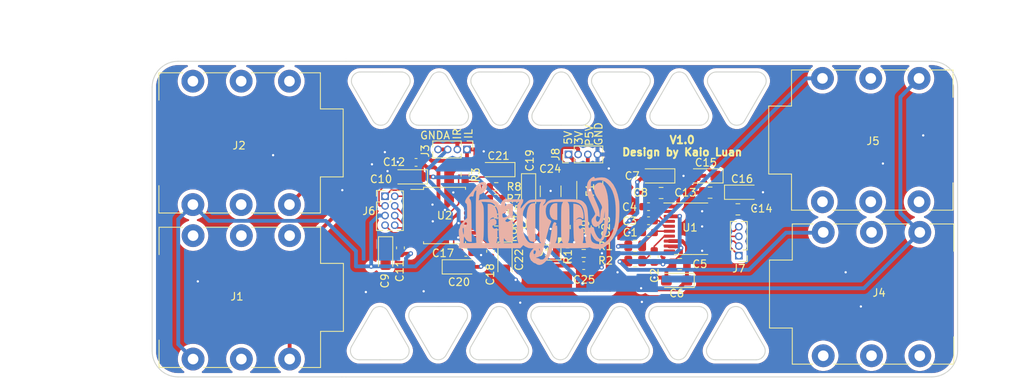
<source format=kicad_pcb>
(kicad_pcb (version 20211014) (generator pcbnew)
  (layers (0 "F.Cu" signal) (31 "B.Cu" signal) (34 "B.Paste" user) (35 "F.Paste" user) (36 "B.SilkS" user "B.Silkscreen") (37 "F.SilkS" user "F.Silkscreen") (38 "B.Mask" user) (39 "F.Mask" user) (44 "Edge.Cuts" user))
  (net 0 "")
  (net 1 "Net-(C1-Pad1)")
  (net 2 "GND")
  (net 3 "Net-(C2-Pad1)")
  (net 4 "Net-(C3-Pad1)")
  (net 5 "GNDA")
  (net 6 "Net-(C4-Pad1)")
  (net 7 "Net-(C4-Pad2)")
  (net 8 "3V3")
  (net 9 "VMID")
  (net 10 "Net-(C14-Pad1)")
  (net 11 "Net-(C17-Pad2)")
  (net 12 "Net-(C19-Pad2)")
  (net 13 "AINR_JACK")
  (net 14 "Net-(C21-Pad1)")
  (net 15 "AINL_JACK")
  (net 16 "5V")
  (net 17 "Net-(C24-Pad1)")
  (net 18 "VBUS")
  (net 19 "OUTR_JACK")
  (net 20 "OUTL_JACK")
  (net 21 "ADC_MCLK")
  (net 22 "ADC_DOUT")
  (net 23 "ADC_LRCLK")
  (net 24 "ADC_BCLK")
  (net 25 "ADC_IWL")
  (net 26 "ADC_FSAMPEN")
  (net 27 "ADC_FORMAT")
  (net 28 "DAC_SCK")
  (net 29 "DAC_BCK")
  (net 30 "DAC_DIN")
  (net 31 "DAC_LRCLK")
  (net 32 "ADC_M{slash}S")
  (net 33 "Net-(R3-Pad2)")
  (net 34 "Net-(R4-Pad1)")
  (net 35 "Net-(R4-Pad2)")
  (net 36 "Net-(R5-Pad2)")
  (net 37 "Net-(R7-Pad1)")
  (net 38 "Net-(R7-Pad2)")
  (footprint "Capacitor_SMD:C_0603_1608Metric" (layer "F.Cu") (at 127.85 109.287715 -90)
    (fp_text reference "C11")
    (fp_text value "100n")
  )
  (footprint "Connector_PinHeader_1.27mm:PinHeader_1x04_P1.27mm_Vertical" (layer "F.Cu") (at 172.35 110.32 180)
    (fp_text reference "J7")
    (fp_text value "Conn_01x04")
  )
  (footprint "Capacitor_Tantalum_SMD:CP_EIA-3216-18_Kemet-A" (layer "F.Cu") (at 161.625 99.825 180)
    (fp_text reference "C7")
    (fp_text value "10u")
  )
  (footprint "Package_SO:TSSOP-20_4.4x6.5mm_P0.65mm" (layer "F.Cu") (at 166.075 106.775)
    (fp_text reference "U1")
    (fp_text value "PCM5100APWR")
  )
  (footprint "Capacitor_Tantalum_SMD:CP_EIA-3216-18_Kemet-A" (layer "F.Cu") (at 125.9 110.137715 -90)
    (fp_text reference "C9")
    (fp_text value "10u")
  )
  (footprint "Capacitor_SMD:C_0603_1608Metric" (layer "F.Cu") (at 160.475 103.875)
    (fp_text reference "C4")
    (fp_text value "2.2u")
  )
  (footprint "Capacitor_Tantalum_SMD:CP_EIA-3216-18_Kemet-A" (layer "F.Cu") (at 172.775 101.975)
    (fp_text reference "C16")
    (fp_text value "10u")
  )
  (footprint "Connector_PinHeader_1.27mm:PinHeader_2x04_P1.27mm_Vertical" (layer "F.Cu") (at 125.825 102.5)
    (fp_text reference "J6")
    (fp_text value "Conn_02x04_Counter_Clockwise")
  )
  (footprint "Capacitor_SMD:C_1812_4532Metric" (layer "F.Cu") (at 152.75 101.7 -90)
    (property "Reference" "F?")
    (property "Value" "mSMD110-16V")
    (fp_text reference "F1")
    (fp_text value "mSMD110-16V")
  )
  (footprint "Capacitor_Tantalum_SMD:CP_EIA-3216-18_Kemet-A" (layer "F.Cu") (at 141.6 110.837715 -90)
    (fp_text reference "C22")
    (fp_text value "10u")
  )
  (footprint "Capacitor_SMD:C_0603_1608Metric" (layer "F.Cu") (at 160.475 107.275 180)
    (fp_text reference "C1")
    (fp_text value "1u")
  )
  (footprint "Connector_Audio:Jack_6.35mm_Neutrik_NMJ6HFD2-AU_Horizontal" (layer "F.Cu") (at 183.35 87)
    (fp_text reference "J5")
    (fp_text value "PJ-625C")
  )
  (footprint "Connector_Audio:Jack_6.35mm_Neutrik_NMJ6HFD2-AU_Horizontal" (layer "F.Cu") (at 113.25 103.6 180)
    (fp_text reference "J2")
    (fp_text value "PJ-625C")
  )
  (footprint "Resistor_SMD:R_0603_1608Metric" (layer "F.Cu") (at 151.95 110.025)
    (fp_text reference "R10")
    (fp_text value "100k")
  )
  (footprint "Capacitor_SMD:C_0603_1608Metric" (layer "F.Cu") (at 136.45 109.887715 180)
    (fp_text reference "C17")
    (fp_text value "100n")
  )
  (footprint "Connector_Audio:Jack_6.35mm_Neutrik_NMJ6HFD2-AU_Horizontal" (layer "F.Cu") (at 113.275 123.915 180)
    (fp_text reference "J1")
    (fp_text value "PJ-625C")
  )
  (footprint "Connector_Audio:Jack_6.35mm_Neutrik_NMJ6HFD2-AU_Horizontal" (layer "F.Cu") (at 183.45 107.25)
    (fp_text reference "J4")
    (fp_text value "PJ-625C")
  )
  (footprint "Capacitor_SMD:C_0805_2012Metric" (layer "F.Cu") (at 164.575 111.425)
    (fp_text reference "C5")
    (fp_text value "0.1u")
  )
  (footprint "Diode_SMD:D_SOD-123" (layer "F.Cu") (at 146.7 109.9 180)
    (property "Reference" "D84")
    (property "Value" "ZRE B5819W-SL")
    (fp_text reference "D1")
    (fp_text value "ZRE B5819W-SL")
  )
  (footprint "Capacitor_SMD:C_0603_1608Metric" (layer "F.Cu") (at 153.45 106.525 -90)
    (fp_text reference "C23")
    (fp_text value "1u")
  )
  (footprint "Capacitor_SMD:C_1210_3225Metric" (layer "F.Cu") (at 147.6 101.85 90)
    (fp_text reference "C24")
    (fp_text value "10u")
  )
  (footprint "Connector_PinHeader_1.27mm:PinHeader_1x04_P1.27mm_Vertical" (layer "F.Cu") (at 136.6 96.35 -90)
    (fp_text reference "J3")
    (fp_text value "Conn_01x04")
  )
  (footprint "Capacitor_SMD:C_0805_2012Metric" (layer "F.Cu") (at 172.225 104.225)
    (fp_text reference "C14")
    (fp_text value "0.1u")
  )
  (footprint "Capacitor_SMD:C_0805_2012Metric" (layer "F.Cu") (at 168.575 102.025)
    (fp_text reference "C13")
    (fp_text value "0.1u")
  )
  (footprint "Capacitor_Tantalum_SMD:CP_EIA-3216-18_Kemet-A" (layer "F.Cu") (at 135.65 111.787715)
    (fp_text reference "C20")
    (fp_text value "10u")
  )
  (footprint "Resistor_SMD:R_0603_1608Metric" (layer "F.Cu") (at 140.45 105.887715)
    (fp_text reference "R4")
    (fp_text value "5.1k")
  )
  (footprint "Capacitor_Tantalum_SMD:CP_EIA-3216-18_Kemet-A" (layer "F.Cu") (at 164.175 113.575 180)
    (fp_text reference "C6")
    (fp_text value "10u")
  )
  (footprint "Resistor_SMD:R_0805_2012Metric" (layer "F.Cu") (at 158.725 109.025)
    (fp_text reference "R1")
    (fp_text value "2k")
  )
  (footprint "Capacitor_SMD:C_0603_1608Metric" (layer "F.Cu") (at 151.95 111.625)
    (fp_text reference "C25")
    (fp_text value "1u")
  )
  (footprint "Resistor_SMD:R_0603_1608Metric" (layer "F.Cu") (at 140.45 104.337715 180)
    (fp_text reference "R5")
    (fp_text value "3.3k")
  )
  (footprint "Package_SO:SSOP-20_5.3x7.2mm_P0.65mm" (layer "F.Cu") (at 133.65 105.037715)
    (fp_text reference "U2")
    (fp_text value "WM8782SEDS")
  )
  (footprint "acheron_Components:SOT-23-5" (layer "F.Cu") (at 147.6 106.2 180)
    (fp_text reference "U3")
    (fp_text value "SGM2028-3.3YN5G/TR")
  )
  (footprint "Resistor_SMD:R_0603_1608Metric" (layer "F.Cu") (at 136.35 99.65 -90)
    (fp_text reference "R3")
    (fp_text value "10K")
  )
  (footprint "Capacitor_SMD:C_0603_1608Metric" (layer "F.Cu") (at 129.9 98.05 180)
    (fp_text reference "C12")
    (fp_text value "100n")
  )
  (footprint "Resistor_SMD:R_0603_1608Metric" (layer "F.Cu") (at 150.7 106.55 -90)
    (fp_text reference "R9")
    (fp_text value "100k")
  )
  (footprint "Connector_PinHeader_1.27mm:PinHeader_1x04_P1.27mm_Vertical" (layer "F.Cu") (at 149.95 97 90)
    (fp_text reference "J8")
    (fp_text value "Conn_01x04")
  )
  (footprint "Capacitor_Tantalum_SMD:CP_EIA-3216-18_Kemet-A" (layer "F.Cu") (at 140.6 99 180)
    (fp_text reference "C21")
    (fp_text value "10u")
  )
  (footprint "Capacitor_SMD:C_0805_2012Metric" (layer "F.Cu") (at 162.125 102.075)
    (fp_text reference "C8")
    (fp_text value "0.1u")
  )
  (footprint "Capacitor_SMD:C_0603_1608Metric" (layer "F.Cu") (at 161.225 110.425 -90)
    (fp_text reference "C2")
    (fp_text value "1u")
  )
  (footprint "Capacitor_SMD:C_0603_1608Metric" (layer "F.Cu") (at 139.7 109.737715 -90)
    (fp_text reference "C18")
    (fp_text value "100n")
  )
  (footprint "Resistor_SMD:R_0603_1608Metric" (layer "F.Cu") (at 140.45 101.237715 180)
    (fp_text reference "R8")
    (fp_text value "10k")
  )
  (footprint "Resistor_SMD:R_0805_2012Metric" (layer "F.Cu") (at 158.725 111.025)
    (fp_text reference "R2")
    (fp_text value "2k")
  )
  (footprint "Capacitor_Tantalum_SMD:CP_EIA-3216-18_Kemet-A" (layer "F.Cu") (at 129.1 99.95 180)
    (fp_text reference "C10")
    (fp_text value "10u")
  )
  (footprint "Capacitor_Tantalum_SMD:CP_EIA-3216-18_Kemet-A" (layer "F.Cu") (at 144.7 101.85 -90)
    (fp_text reference "C19")
    (fp_text value "10u")
  )
  (footprint "Resistor_SMD:R_0603_1608Metric" (layer "F.Cu") (at 140.45 102.787715)
    (fp_text reference "R7")
    (fp_text value "5.1k")
  )
  (footprint "Capacitor_Tantalum_SMD:CP_EIA-3216-18_Kemet-A" (layer "F.Cu") (at 167.975 99.825 180)
    (fp_text reference "C15")
    (fp_text value "10u")
  )
  (footprint "Resistor_SMD:R_0603_1608Metric" (layer "F.Cu") (at 140.45 107.437715 180)
    (fp_text reference "R6")
    (fp_text value "10k")
  )
  (footprint "Capacitor_SMD:C_0603_1608Metric" (layer "F.Cu") (at 160.475 105.725 180)
    (fp_text reference "C3")
    (fp_text value "2.2u")
  )
  (footprint "PCB eletric Guitar:Logo2simples" (layer "B.Cu") (at 146.1 105.7 -90)
    (fp_text reference "G***" hide)
    (fp_text value "LOGO" hide)
  )
  (gr_poly (pts (xy 161.6 115) (xy 159 115) (xy 159 112.8) (xy 161.6 112.8)) (layer "B.Cu") (width 0.2) (fill solid))
  (gr_poly (pts (xy 153.6 114.9) (xy 152.4 114.9) (xy 152.4 113.8) (xy 153.6 113.8)) (layer "B.Cu") (width 0.2) (fill solid))
  (gr_poly (pts (xy 158.6 113.8) (xy 158.6 114.9) (xy 153.5 114.9) (xy 153.5 113.7)) (layer "B.Cu") (width 0.2) (fill solid))
  (gr_poly (pts (xy 135.5 108.2) (xy 133.3 108.2) (xy 135.5 106)) (layer "B.Cu") (width 0.2) (fill solid))
  (gr_poly (pts (xy 144.2 114.8) (xy 142.3 114.8) (xy 135.5 108) (xy 135.5 106.1)) (layer "B.Cu") (width 0.2) (fill solid))
  (gr_poly (pts (xy 156 109.8) (xy 156.7 109.8) (xy 156.7 110.2) (xy 156 110.9) (xy 156 111.7) (xy 157.6 113.2) (xy 159 113.2) (xy 159 114.8) (xy 153.5 113.7) (xy 155.6 111.6) (xy 155.6 107.9) (xy 156 107.9)) (layer "B.Cu") (width 0.2) (fill solid))
  (gr_curve (pts (xy 133.958317 86.747753) (xy 133.504279 85.961335) (xy 132.369182 85.961335) (xy 131.915144 86.747753)) (layer "Edge.Cuts") (width 0.125299))
  (gr_curve (pts (xy 135.620147 93.165006) (xy 136.528224 93.165006) (xy 137.095772 92.181983) (xy 136.641734 91.395566)) (layer "Edge.Cuts") (width 0.125299))
  (gr_curve (pts (xy 130.444558 121.094613) (xy 130.444558 121.094613) (xy 129.10285 118.770707) (xy 129.10285 118.770707)) (layer "Edge.Cuts") (width 0.125299))
  (gr_curve (pts (xy 165.4102 123.41852) (xy 164.956161 124.204938) (xy 163.821065 124.204938) (xy 163.367026 123.41852)) (layer "Edge.Cuts") (width 0.125299))
  (gr_curve (pts (xy 129.231728 91.395566) (xy 128.777689 92.181983) (xy 129.345237 93.165006) (xy 130.253315 93.165006)) (layer "Edge.Cuts") (width 0.125299))
  (gr_curve (pts (xy 161.705197 117.001267) (xy 161.705197 117.001267) (xy 164.388613 117.001267) (xy 164.388613 117.001267)) (layer "Edge.Cuts") (width 0.125299))
  (gr_curve (pts (xy 175.790142 87.92738) (xy 175.790142 87.92738) (xy 174.448434 90.251286) (xy 174.448434 90.251286)) (layer "Edge.Cuts") (width 0.125299))
  (gr_curve (pts (xy 174.319557 119.914987) (xy 174.319557 119.914987) (xy 172.977849 117.59108) (xy 172.977849 117.59108)) (layer "Edge.Cuts") (width 0.125299))
  (gr_curve (pts (xy 137.134516 122.238893) (xy 136.680477 123.025311) (xy 137.248025 124.008333) (xy 138.156103 124.008333)) (layer "Edge.Cuts") (width 0.125299))
  (gr_curve (pts (xy 164.388613 117.001267) (xy 164.388613 117.001267) (xy 167.072029 117.001267) (xy 167.072029 117.001267)) (layer "Edge.Cuts") (width 0.125299))
  (gr_curve (pts (xy 140.968396 86.157939) (xy 140.968396 86.157939) (xy 143.651812 86.157939) (xy 143.651812 86.157939)) (layer "Edge.Cuts") (width 0.125299))
  (gr_curve (pts (xy 120.149765 126.261073) (xy 120.149765 126.261073) (xy 120.685595 126.261073) (xy 120.685595 126.261073)) (layer "Edge.Cuts") (width 0.125299))
  (gr_curve (pts (xy 168.380136 87.92738) (xy 167.926098 87.140962) (xy 168.493646 86.157939) (xy 169.401723 86.157939)) (layer "Edge.Cuts") (width 0.125299))
  (gr_curve (pts (xy 169.592967 119.914987) (xy 169.592967 119.914987) (xy 168.251259 122.238893) (xy 168.251259 122.238893)) (layer "Edge.Cuts") (width 0.125299))
  (gr_curve (pts (xy 121.427813 122.238893) (xy 120.973774 123.025311) (xy 121.541322 124.008333) (xy 122.4494 124.008333)) (layer "Edge.Cuts") (width 0.125299))
  (gr_curve (pts (xy 125.261693 86.157939) (xy 125.261693 86.157939) (xy 127.945109 86.157939) (xy 127.945109 86.157939)) (layer "Edge.Cuts") (width 0.125299))
  (gr_curve (pts (xy 98.6 84.75) (xy 96.717586 84.75) (xy 95.191587 86.275998) (xy 95.191587 88.158413)) (layer "Edge.Cuts") (width 0.125299))
  (gr_curve (pts (xy 154.479158 90.251286) (xy 154.479158 90.251286) (xy 153.13745 87.92738) (xy 153.13745 87.92738)) (layer "Edge.Cuts") (width 0.125299))
  (gr_curve (pts (xy 120.685595 84.75) (xy 120.685595 84.75) (xy 98.6 84.75) (xy 98.6 84.75)) (layer "Edge.Cuts") (width 0.125299))
  (gr_curve (pts (xy 128.966696 87.92738) (xy 128.966696 87.92738) (xy 127.624988 90.251286) (xy 127.624988 90.251286)) (layer "Edge.Cuts") (width 0.125299))
  (gr_curve (pts (xy 153.13745 87.92738) (xy 152.683412 87.140962) (xy 153.25096 86.157939) (xy 154.159037 86.157939)) (layer "Edge.Cuts") (width 0.125299))
  (gr_curve (pts (xy 201.124268 122.85266) (xy 201.124268 122.85266) (xy 201.124268 88.158413) (xy 201.124268 88.158413)) (layer "Edge.Cuts") (width 0.125299))
  (gr_curve (pts (xy 131.786266 123.41852) (xy 131.786266 123.41852) (xy 130.444558 121.094613) (xy 130.444558 121.094613)) (layer "Edge.Cuts") (width 0.125299))
  (gr_curve (pts (xy 130.573436 89.071659) (xy 130.573436 89.071659) (xy 129.231728 91.395566) (xy 129.231728 91.395566)) (layer "Edge.Cuts") (width 0.125299))
  (gr_curve (pts (xy 163.367026 123.41852) (xy 163.367026 123.41852) (xy 162.025318 121.094613) (xy 162.025318 121.094613)) (layer "Edge.Cuts") (width 0.125299))
  (gr_curve (pts (xy 159.076871 119.914987) (xy 159.076871 119.914987) (xy 157.735163 117.59108) (xy 157.735163 117.59108)) (layer "Edge.Cuts") (width 0.125299))
  (gr_curve (pts (xy 160.812488 91.395566) (xy 160.358449 92.181983) (xy 160.925997 93.165006) (xy 161.834075 93.165006)) (layer "Edge.Cuts") (width 0.125299))
  (gr_curve (pts (xy 197.715855 84.75) (xy 197.715855 84.75) (xy 120.685595 84.75) (xy 120.685595 84.75)) (layer "Edge.Cuts") (width 0.125299))
  (gr_curve (pts (xy 169.272846 124.008333) (xy 169.272846 124.008333) (xy 171.956262 124.008333) (xy 171.956262 124.008333)) (layer "Edge.Cuts") (width 0.125299))
  (gr_curve (pts (xy 154.03016 124.008333) (xy 154.03016 124.008333) (xy 156.713576 124.008333) (xy 156.713576 124.008333)) (layer "Edge.Cuts") (width 0.125299))
  (gr_curve (pts (xy 161.834075 93.165006) (xy 161.834075 93.165006) (xy 164.517491 93.165006) (xy 164.517491 93.165006)) (layer "Edge.Cuts") (width 0.125299))
  (gr_curve (pts (xy 160.547456 87.92738) (xy 160.547456 87.92738) (xy 159.205748 90.251286) (xy 159.205748 90.251286)) (layer "Edge.Cuts") (width 0.125299))
  (gr_curve (pts (xy 156.713576 124.008333) (xy 156.713576 124.008333) (xy 159.396992 124.008333) (xy 159.396992 124.008333)) (layer "Edge.Cuts") (width 0.125299))
  (gr_curve (pts (xy 197.715855 126.261073) (xy 199.59827 126.261073) (xy 201.124268 124.735074) (xy 201.124268 122.85266)) (layer "Edge.Cuts") (width 0.125299))
  (gr_curve (pts (xy 151.235828 121.094613) (xy 151.235828 121.094613) (xy 149.89412 123.41852) (xy 149.89412 123.41852)) (layer "Edge.Cuts") (width 0.125299))
  (gr_curve (pts (xy 136.512856 118.770707) (xy 136.512856 118.770707) (xy 135.171148 121.094613) (xy 135.171148 121.094613)) (layer "Edge.Cuts") (width 0.125299))
  (gr_curve (pts (xy 154.350281 119.914987) (xy 154.350281 119.914987) (xy 153.008573 122.238893) (xy 153.008573 122.238893)) (layer "Edge.Cuts") (width 0.125299))
  (gr_curve (pts (xy 124.111229 117.59108) (xy 124.111229 117.59108) (xy 122.769521 119.914987) (xy 122.769521 119.914987)) (layer "Edge.Cuts") (width 0.125299))
  (gr_curve (pts (xy 131.915144 86.747753) (xy 131.915144 86.747753) (xy 130.573436 89.071659) (xy 130.573436 89.071659)) (layer "Edge.Cuts") (width 0.125299))
  (gr_curve (pts (xy 143.331691 90.251286) (xy 143.331691 90.251286) (xy 141.989983 92.575192) (xy 141.989983 92.575192)) (layer "Edge.Cuts") (width 0.125299))
  (gr_curve (pts (xy 171.063552 92.575192) (xy 171.063552 92.575192) (xy 169.721844 90.251286) (xy 169.721844 90.251286)) (layer "Edge.Cuts") (width 0.125299))
  (gr_curve (pts (xy 132.936731 93.165006) (xy 132.936731 93.165006) (xy 135.620147 93.165006) (xy 135.620147 93.165006)) (layer "Edge.Cuts") (width 0.125299))
  (gr_curve (pts (xy 169.401723 86.157939) (xy 169.401723 86.157939) (xy 172.085139 86.157939) (xy 172.085139 86.157939)) (layer "Edge.Cuts") (width 0.125299))
  (gr_curve (pts (xy 130.124437 117.001267) (xy 130.124437 117.001267) (xy 132.807853 117.001267) (xy 132.807853 117.001267)) (layer "Edge.Cuts") (width 0.125299))
  (gr_curve (pts (xy 139.817932 117.59108) (xy 139.817932 117.59108) (xy 138.476224 119.914987) (xy 138.476224 119.914987)) (layer "Edge.Cuts") (width 0.125299))
  (gr_curve (pts (xy 147.979824 86.747753) (xy 147.979824 86.747753) (xy 146.638116 89.071659) (xy 146.638116 89.071659)) (layer "Edge.Cuts") (width 0.125299))
  (gr_curve (pts (xy 150.022998 86.747753) (xy 149.568959 85.961335) (xy 148.433863 85.961335) (xy 147.979824 86.747753)) (layer "Edge.Cuts") (width 0.125299))
  (gr_curve (pts (xy 121.55669 87.92738) (xy 121.102652 87.140962) (xy 121.6702 86.157939) (xy 122.578277 86.157939)) (layer "Edge.Cuts") (width 0.125299))
  (gr_curve (pts (xy 145.167531 118.770707) (xy 144.713492 117.984289) (xy 145.28104 117.001267) (xy 146.189117 117.001267)) (layer "Edge.Cuts") (width 0.125299))
  (gr_curve (pts (xy 127.816232 124.008333) (xy 128.724309 124.008333) (xy 129.291857 123.025311) (xy 128.837819 122.238893)) (layer "Edge.Cuts") (width 0.125299))
  (gr_curve (pts (xy 169.721844 90.251286) (xy 169.721844 90.251286) (xy 168.380136 87.92738) (xy 168.380136 87.92738)) (layer "Edge.Cuts") (width 0.125299))
  (gr_curve (pts (xy 137.263393 87.92738) (xy 136.809355 87.140962) (xy 137.376903 86.157939) (xy 138.28498 86.157939)) (layer "Edge.Cuts") (width 0.125299))
  (gr_curve (pts (xy 159.396992 124.008333) (xy 160.305069 124.008333) (xy 160.872617 123.025311) (xy 160.418579 122.238893)) (layer "Edge.Cuts") (width 0.125299))
  (gr_curve (pts (xy 143.522935 124.008333) (xy 144.431012 124.008333) (xy 144.99856 123.025311) (xy 144.544522 122.238893)) (layer "Edge.Cuts") (width 0.125299))
  (gr_curve (pts (xy 130.253315 93.165006) (xy 130.253315 93.165006) (xy 132.936731 93.165006) (xy 132.936731 93.165006)) (layer "Edge.Cuts") (width 0.125299))
  (gr_curve (pts (xy 132.807853 117.001267) (xy 132.807853 117.001267) (xy 135.491269 117.001267) (xy 135.491269 117.001267)) (layer "Edge.Cuts") (width 0.125299))
  (gr_curve (pts (xy 149.89412 123.41852) (xy 149.440082 124.204938) (xy 148.304985 124.204938) (xy 147.850947 123.41852)) (layer "Edge.Cuts") (width 0.125299))
  (gr_curve (pts (xy 126.154402 117.59108) (xy 125.700364 116.804662) (xy 124.565267 116.804662) (xy 124.111229 117.59108)) (layer "Edge.Cuts") (width 0.125299))
  (gr_curve (pts (xy 140.839519 124.008333) (xy 140.839519 124.008333) (xy 143.522935 124.008333) (xy 143.522935 124.008333)) (layer "Edge.Cuts") (width 0.125299))
  (gr_curve (pts (xy 172.977849 117.59108) (xy 172.52381 116.804662) (xy 171.388713 116.804662) (xy 170.934675 117.59108)) (layer "Edge.Cuts") (width 0.125299))
  (gr_curve (pts (xy 125.132816 124.008333) (xy 125.132816 124.008333) (xy 127.816232 124.008333) (xy 127.816232 124.008333)) (layer "Edge.Cuts") (width 0.125299))
  (gr_curve (pts (xy 129.10285 118.770707) (xy 128.648811 117.984289) (xy 129.21636 117.001267) (xy 130.124437 117.001267)) (layer "Edge.Cuts") (width 0.125299))
  (gr_curve (pts (xy 153.008573 122.238893) (xy 152.554534 123.025311) (xy 153.122082 124.008333) (xy 154.03016 124.008333)) (layer "Edge.Cuts") (width 0.125299))
  (gr_curve (pts (xy 174.448434 90.251286) (xy 174.448434 90.251286) (xy 173.106726 92.575192) (xy 173.106726 92.575192)) (layer "Edge.Cuts") (width 0.125299))
  (gr_curve (pts (xy 151.684827 93.165006) (xy 152.592904 93.165006) (xy 153.160453 92.181983) (xy 152.706414 91.395566)) (layer "Edge.Cuts") (width 0.125299))
  (gr_curve (pts (xy 126.28328 92.575192) (xy 125.829241 93.36161) (xy 124.694145 93.36161) (xy 124.240106 92.575192)) (layer "Edge.Cuts") (width 0.125299))
  (gr_curve (pts (xy 167.200907 93.165006) (xy 168.108984 93.165006) (xy 168.676532 92.181983) (xy 168.222494 91.395566)) (layer "Edge.Cuts") (width 0.125299))
  (gr_curve (pts (xy 141.989983 92.575192) (xy 141.535944 93.36161) (xy 140.400848 93.36161) (xy 139.946809 92.575192)) (layer "Edge.Cuts") (width 0.125299))
  (gr_curve (pts (xy 98.6 126.261073) (xy 98.6 126.261073) (xy 120.149765 126.261073) (xy 120.149765 126.261073)) (layer "Edge.Cuts") (width 0.125299))
  (gr_curve (pts (xy 170.934675 117.59108) (xy 170.934675 117.59108) (xy 169.592967 119.914987) (xy 169.592967 119.914987)) (layer "Edge.Cuts") (width 0.125299))
  (gr_curve (pts (xy 135.171148 121.094613) (xy 135.171148 121.094613) (xy 133.82944 123.41852) (xy 133.82944 123.41852)) (layer "Edge.Cuts") (width 0.125299))
  (gr_curve (pts (xy 157.86404 92.575192) (xy 157.410002 93.36161) (xy 156.274905 93.36161) (xy 155.820866 92.575192)) (layer "Edge.Cuts") (width 0.125299))
  (gr_curve (pts (xy 146.317995 93.165006) (xy 146.317995 93.165006) (xy 149.001411 93.165006) (xy 149.001411 93.165006)) (layer "Edge.Cuts") (width 0.125299))
  (gr_curve (pts (xy 95.191587 88.158413) (xy 95.191587 88.158413) (xy 95.191587 122.85266) (xy 95.191587 122.85266)) (layer "Edge.Cuts") (width 0.125299))
  (gr_curve (pts (xy 171.956262 124.008333) (xy 171.956262 124.008333) (xy 174.639678 124.008333) (xy 174.639678 124.008333)) (layer "Edge.Cuts") (width 0.125299))
  (gr_curve (pts (xy 149.001411 93.165006) (xy 149.001411 93.165006) (xy 151.684827 93.165006) (xy 151.684827 93.165006)) (layer "Edge.Cuts") (width 0.125299))
  (gr_curve (pts (xy 168.093616 118.770707) (xy 168.093616 118.770707) (xy 166.751908 121.094613) (xy 166.751908 121.094613)) (layer "Edge.Cuts") (width 0.125299))
  (gr_curve (pts (xy 139.946809 92.575192) (xy 139.946809 92.575192) (xy 138.605101 90.251286) (xy 138.605101 90.251286)) (layer "Edge.Cuts") (width 0.125299))
  (gr_curve (pts (xy 135.491269 117.001267) (xy 136.399346 117.001267) (xy 136.966895 117.984289) (xy 136.512856 118.770707)) (layer "Edge.Cuts") (width 0.125299))
  (gr_curve (pts (xy 160.418579 122.238893) (xy 160.418579 122.238893) (xy 159.076871 119.914987) (xy 159.076871 119.914987)) (layer "Edge.Cuts") (width 0.125299))
  (gr_curve (pts (xy 166.880786 89.071659) (xy 166.880786 89.071659) (xy 165.539078 86.747753) (xy 165.539078 86.747753)) (layer "Edge.Cuts") (width 0.125299))
  (gr_curve (pts (xy 163.495904 86.747753) (xy 163.495904 86.747753) (xy 162.154196 89.071659) (xy 162.154196 89.071659)) (layer "Edge.Cuts") (width 0.125299))
  (gr_curve (pts (xy 155.820866 92.575192) (xy 155.820866 92.575192) (xy 154.479158 90.251286) (xy 154.479158 90.251286)) (layer "Edge.Cuts") (width 0.125299))
  (gr_curve (pts (xy 147.850947 123.41852) (xy 147.850947 123.41852) (xy 146.509239 121.094613) (xy 146.509239 121.094613)) (layer "Edge.Cuts") (width 0.125299))
  (gr_curve (pts (xy 155.691989 117.59108) (xy 155.691989 117.59108) (xy 154.350281 119.914987) (xy 154.350281 119.914987)) (layer "Edge.Cuts") (width 0.125299))
  (gr_curve (pts (xy 201.124268 88.158413) (xy 201.124268 86.275998) (xy 199.59827 84.75) (xy 197.715855 84.75)) (layer "Edge.Cuts") (width 0.125299))
  (gr_curve (pts (xy 127.945109 86.157939) (xy 128.853186 86.157939) (xy 129.420735 87.140962) (xy 128.966696 87.92738)) (layer "Edge.Cuts") (width 0.125299))
  (gr_curve (pts (xy 144.673399 87.92738) (xy 144.673399 87.92738) (xy 143.331691 90.251286) (xy 143.331691 90.251286)) (layer "Edge.Cuts") (width 0.125299))
  (gr_curve (pts (xy 157.735163 117.59108) (xy 157.281124 116.804662) (xy 156.146027 116.804662) (xy 155.691989 117.59108)) (layer "Edge.Cuts") (width 0.125299))
  (gr_curve (pts (xy 167.072029 117.001267) (xy 167.980106 117.001267) (xy 168.547655 117.984289) (xy 168.093616 118.770707)) (layer "Edge.Cuts") (width 0.125299))
  (gr_curve (pts (xy 146.509239 121.094613) (xy 146.509239 121.094613) (xy 145.167531 118.770707) (xy 145.167531 118.770707)) (layer "Edge.Cuts") (width 0.125299))
  (gr_curve (pts (xy 166.751908 121.094613) (xy 166.751908 121.094613) (xy 165.4102 123.41852) (xy 165.4102 123.41852)) (layer "Edge.Cuts") (width 0.125299))
  (gr_curve (pts (xy 172.085139 86.157939) (xy 172.085139 86.157939) (xy 174.768555 86.157939) (xy 174.768555 86.157939)) (layer "Edge.Cuts") (width 0.125299))
  (gr_curve (pts (xy 135.300025 89.071659) (xy 135.300025 89.071659) (xy 133.958317 86.747753) (xy 133.958317 86.747753)) (layer "Edge.Cuts") (width 0.125299))
  (gr_curve (pts (xy 162.025318 121.094613) (xy 162.025318 121.094613) (xy 160.68361 118.770707) (xy 160.68361 118.770707)) (layer "Edge.Cuts") (width 0.125299))
  (gr_curve (pts (xy 136.641734 91.395566) (xy 136.641734 91.395566) (xy 135.300025 89.071659) (xy 135.300025 89.071659)) (layer "Edge.Cuts") (width 0.125299))
  (gr_curve (pts (xy 168.251259 122.238893) (xy 167.79722 123.025311) (xy 168.364768 124.008333) (xy 169.272846 124.008333)) (layer "Edge.Cuts") (width 0.125299))
  (gr_curve (pts (xy 122.769521 119.914987) (xy 122.769521 119.914987) (xy 121.427813 122.238893) (xy 121.427813 122.238893)) (layer "Edge.Cuts") (width 0.125299))
  (gr_curve (pts (xy 146.189117 117.001267) (xy 146.189117 117.001267) (xy 148.872533 117.001267) (xy 148.872533 117.001267)) (layer "Edge.Cuts") (width 0.125299))
  (gr_curve (pts (xy 145.296408 91.395566) (xy 144.842369 92.181983) (xy 145.409918 93.165006) (xy 146.317995 93.165006)) (layer "Edge.Cuts") (width 0.125299))
  (gr_curve (pts (xy 138.28498 86.157939) (xy 138.28498 86.157939) (xy 140.968396 86.157939) (xy 140.968396 86.157939)) (layer "Edge.Cuts") (width 0.125299))
  (gr_curve (pts (xy 128.837819 122.238893) (xy 128.837819 122.238893) (xy 127.496111 119.914987) (xy 127.496111 119.914987)) (layer "Edge.Cuts") (width 0.125299))
  (gr_curve (pts (xy 165.539078 86.747753) (xy 165.085039 85.961335) (xy 163.949942 85.961335) (xy 163.495904 86.747753)) (layer "Edge.Cuts") (width 0.125299))
  (gr_curve (pts (xy 160.68361 118.770707) (xy 160.229572 117.984289) (xy 160.79712 117.001267) (xy 161.705197 117.001267)) (layer "Edge.Cuts") (width 0.125299))
  (gr_curve (pts (xy 143.651812 86.157939) (xy 144.559889 86.157939) (xy 145.127438 87.140962) (xy 144.673399 87.92738)) (layer "Edge.Cuts") (width 0.125299))
  (gr_curve (pts (xy 159.525869 86.157939) (xy 160.433947 86.157939) (xy 161.001495 87.140962) (xy 160.547456 87.92738)) (layer "Edge.Cuts") (width 0.125299))
  (gr_curve (pts (xy 122.898398 90.251286) (xy 122.898398 90.251286) (xy 121.55669 87.92738) (xy 121.55669 87.92738)) (layer "Edge.Cuts") (width 0.125299))
  (gr_curve (pts (xy 146.638116 89.071659) (xy 146.638116 89.071659) (xy 145.296408 91.395566) (xy 145.296408 91.395566)) (layer "Edge.Cuts") (width 0.125299))
  (gr_curve (pts (xy 168.222494 91.395566) (xy 168.222494 91.395566) (xy 166.880786 89.071659) (xy 166.880786 89.071659)) (layer "Edge.Cuts") (width 0.125299))
  (gr_curve (pts (xy 127.496111 119.914987) (xy 127.496111 119.914987) (xy 126.154402 117.59108) (xy 126.154402 117.59108)) (layer "Edge.Cuts") (width 0.125299))
  (gr_curve (pts (xy 162.154196 89.071659) (xy 162.154196 89.071659) (xy 160.812488 91.395566) (xy 160.812488 91.395566)) (layer "Edge.Cuts") (width 0.125299))
  (gr_curve (pts (xy 138.476224 119.914987) (xy 138.476224 119.914987) (xy 137.134516 122.238893) (xy 137.134516 122.238893)) (layer "Edge.Cuts") (width 0.125299))
  (gr_curve (pts (xy 143.202814 119.914987) (xy 143.202814 119.914987) (xy 141.861106 117.59108) (xy 141.861106 117.59108)) (layer "Edge.Cuts") (width 0.125299))
  (gr_curve (pts (xy 133.82944 123.41852) (xy 133.375401 124.204938) (xy 132.240305 124.204938) (xy 131.786266 123.41852)) (layer "Edge.Cuts") (width 0.125299))
  (gr_curve (pts (xy 151.55595 117.001267) (xy 152.464027 117.001267) (xy 153.031575 117.984289) (xy 152.577536 118.770707)) (layer "Edge.Cuts") (width 0.125299))
  (gr_curve (pts (xy 164.517491 93.165006) (xy 164.517491 93.165006) (xy 167.200907 93.165006) (xy 167.200907 93.165006)) (layer "Edge.Cuts") (width 0.125299))
  (gr_curve (pts (xy 122.4494 124.008333) (xy 122.4494 124.008333) (xy 125.132816 124.008333) (xy 125.132816 124.008333)) (layer "Edge.Cuts") (width 0.125299))
  (gr_curve (pts (xy 122.578277 86.157939) (xy 122.578277 86.157939) (xy 125.261693 86.157939) (xy 125.261693 86.157939)) (layer "Edge.Cuts") (width 0.125299))
  (gr_curve (pts (xy 138.605101 90.251286) (xy 138.605101 90.251286) (xy 137.263393 87.92738) (xy 137.263393 87.92738)) (layer "Edge.Cuts") (width 0.125299))
  (gr_curve (pts (xy 141.861106 117.59108) (xy 141.407067 116.804662) (xy 140.27197 116.804662) (xy 139.817932 117.59108)) (layer "Edge.Cuts") (width 0.125299))
  (gr_curve (pts (xy 174.639678 124.008333) (xy 175.547755 124.008333) (xy 176.115303 123.025311) (xy 175.661265 122.238893)) (layer "Edge.Cuts") (width 0.125299))
  (gr_curve (pts (xy 144.544522 122.238893) (xy 144.544522 122.238893) (xy 143.202814 119.914987) (xy 143.202814 119.914987)) (layer "Edge.Cuts") (width 0.125299))
  (gr_curve (pts (xy 173.106726 92.575192) (xy 172.652688 93.36161) (xy 171.517591 93.36161) (xy 171.063552 92.575192)) (layer "Edge.Cuts") (width 0.125299))
  (gr_curve (pts (xy 156.842453 86.157939) (xy 156.842453 86.157939) (xy 159.525869 86.157939) (xy 159.525869 86.157939)) (layer "Edge.Cuts") (width 0.125299))
  (gr_curve (pts (xy 95.191587 122.85266) (xy 95.191587 124.735074) (xy 96.717586 126.261073) (xy 98.6 126.261073)) (layer "Edge.Cuts") (width 0.125299))
  (gr_curve (pts (xy 174.768555 86.157939) (xy 175.676633 86.157939) (xy 176.244181 87.140962) (xy 175.790142 87.92738)) (layer "Edge.Cuts") (width 0.125299))
  (gr_curve (pts (xy 154.159037 86.157939) (xy 154.159037 86.157939) (xy 156.842453 86.157939) (xy 156.842453 86.157939)) (layer "Edge.Cuts") (width 0.125299))
  (gr_curve (pts (xy 148.872533 117.001267) (xy 148.872533 117.001267) (xy 151.55595 117.001267) (xy 151.55595 117.001267)) (layer "Edge.Cuts") (width 0.125299))
  (gr_curve (pts (xy 159.205748 90.251286) (xy 159.205748 90.251286) (xy 157.86404 92.575192) (xy 157.86404 92.575192)) (layer "Edge.Cuts") (width 0.125299))
  (gr_curve (pts (xy 127.624988 90.251286) (xy 127.624988 90.251286) (xy 126.28328 92.575192) (xy 126.28328 92.575192)) (layer "Edge.Cuts") (width 0.125299))
  (gr_curve (pts (xy 124.240106 92.575192) (xy 124.240106 92.575192) (xy 122.898398 90.251286) (xy 122.898398 90.251286)) (layer "Edge.Cuts") (width 0.125299))
  (gr_curve (pts (xy 152.706414 91.395566) (xy 152.706414 91.395566) (xy 151.364706 89.071659) (xy 151.364706 89.071659)) (layer "Edge.Cuts") (width 0.125299))
  (gr_curve (pts (xy 120.685595 126.261073) (xy 120.685595 126.261073) (xy 197.715855 126.261073) (xy 197.715855 126.261073)) (layer "Edge.Cuts") (width 0.125299))
  (gr_curve (pts (xy 175.661265 122.238893) (xy 175.661265 122.238893) (xy 174.319557 119.914987) (xy 174.319557 119.914987)) (layer "Edge.Cuts") (width 0.125299))
  (gr_curve (pts (xy 151.364706 89.071659) (xy 151.364706 89.071659) (xy 150.022998 86.747753) (xy 150.022998 86.747753)) (layer "Edge.Cuts") (width 0.125299))
  (gr_curve (pts (xy 138.156103 124.008333) (xy 138.156103 124.008333) (xy 140.839519 124.008333) (xy 140.839519 124.008333)) (layer "Edge.Cuts") (width 0.125299))
  (gr_curve (pts (xy 152.577536 118.770707) (xy 152.577536 118.770707) (xy 151.235828 121.094613) (xy 151.235828 121.094613)) (layer "Edge.Cuts") (width 0.125299))
  (gr_text "3V" (at 151.3 94.8 90) (layer "F.SilkS") (effects (font (size 1 1))))
  (gr_text "IR" (at 135.3 94.3 90) (layer "F.SilkS") (effects (font (size 1 1))))
  (gr_text "P5V" (at 152.7 94.5 90) (layer "F.SilkS") (effects (font (size 1 1))))
  (gr_text "GND" (at 153.9 94.3 90) (layer "F.SilkS") (effects (font (size 1 1))))
  (gr_text "5V" (at 149.9 94.8 90) (layer "F.SilkS") (effects (font (size 1 1))))
  (gr_text "GNDA" (at 132.4 94.5) (layer "F.SilkS") (effects (font (size 1 1))))
  (gr_text "V1.0\nDesign by Kaio Luan" (at 164.9 95.9) (layer "F.SilkS") (effects (font (size 1 1) (thickness 0.25))))
  (gr_text "IL" (at 136.8 94.3 90) (layer "F.SilkS") (effects (font (size 1 1))))
  (segment (start 161.25 107.275) (end 161.425 107.1) (width 0.2) (layer "F.Cu") (net 1))
  (segment (start 159.6375 109.025) (end 159.6375 108.8875) (width 0.2) (layer "F.Cu") (net 1))
  (segment (start 161.425 107.1) (end 163.2125 107.1) (width 0.2) (layer "F.Cu") (net 1))
  (segment (start 159.6375 108.8875) (end 161.25 107.275) (width 0.2) (layer "F.Cu") (net 1))
  (segment (start 174.125 101.975) (end 174.125 101.825) (width 0.5) (layer "F.Cu") (net 2))
  (segment (start 147.6 106.8) (end 147.694949 106.8) (width 0.5) (layer "F.Cu") (net 2))
  (segment (start 130.15 104.062715) (end 131.676278 104.062715) (width 0.5) (layer "F.Cu") (net 2))
  (segment (start 148.294949 106.2) (end 148.7 106.2) (width 0.5) (layer "F.Cu") (net 2))
  (segment (start 131.676278 104.062715) (end 131.969497 103.769496) (width 0.5) (layer "F.Cu") (net 2))
  (segment (start 147.694949 106.8) (end 148.294949 106.2) (width 0.5) (layer "F.Cu") (net 2))
  (via (at 175.525 101.975) (size 0.6) (drill 0.3) (layers "F.Cu" "B.Cu") (net 2))
  (via (at 186.4 112.5) (size 0.6) (drill 0.3) (layers "F.Cu" "B.Cu") (net 2))
  (via (at 152.75 101.7) (size 0.6) (drill 0.3) (layers "F.Cu" "B.Cu") (net 2))
  (via (at 111.1 97.1) (size 0.6) (drill 0.3) (layers "F.Cu" "B.Cu") (net 2))
  (via (at 167.525 104.475) (size 0.6) (drill 0.3) (layers "F.Cu" "B.Cu") (net 2))
  (via (at 101.2 113.7) (size 0.6) (drill 0.3) (layers "F.Cu" "B.Cu") (net 2))
  (via (at 127.5 98) (size 0.6) (drill 0.3) (layers "F.Cu" "B.Cu") (net 2))
  (via (at 126.15 99.2) (size 0.6) (drill 0.3) (layers "F.Cu" "B.Cu") (net 2))
  (via (at 143.6 116.5) (size 0.6) (drill 0.3) (layers "F.Cu" "B.Cu") (net 2))
  (via (at 132.063407 103.604875) (size 0.6) (drill 0.3) (layers "F.Cu" "B.Cu") (net 2))
  (via (at 123.3 115.1) (size 0.6) (drill 0.3) (layers "F.Cu" "B.Cu") (net 2))
  (via (at 130.9 115) (size 0.6) (drill 0.3) (layers "F.Cu" "B.Cu") (net 2))
  (via (at 165.075 99.825) (size 0.6) (drill 0.3) (layers "F.Cu" "B.Cu") (net 2))
  (via (at 167.525 106.475) (size 0.6) (drill 0.3) (layers "F.Cu" "B.Cu") (net 2))
  (via (at 154.3 111.85) (size 0.6) (drill 0.3) (layers "F.Cu" "B.Cu") (net 2))
  (via (at 125.8 96.7) (size 0.6) (drill 0.3) (layers "F.Cu" "B.Cu") (net 2))
  (via (at 134.8 102) (size 0.6) (drill 0.3) (layers "F.Cu" "B.Cu") (net 2))
  (via (at 124.1 98.3) (size 0.6) (drill 0.3) (layers "F.Cu" "B.Cu") (net 2))
  (via (at 162.375 111.425) (size 0.6) (drill 0.3) (layers "F.Cu" "B.Cu") (net 2))
  (via (at 157.975 107.275) (size 0.6) (drill 0.3) (layers "F.Cu" "B.Cu") (net 2))
  (via (at 132.1 105.8) (size 0.6) (drill 0.3) (layers "F.Cu" "B.Cu") (net 2))
  (via (at 152.15 107.7) (size 0.6) (drill 0.3) (layers "F.Cu" "B.Cu") (net 2))
  (via (at 138.8 96.6) (size 0.6) (drill 0.3) (layers "F.Cu" "B.Cu") (net 2))
  (via (at 159.6 116.4) (size 0.6) (drill 0.3) (layers "F.Cu" "B.Cu") (net 2))
  (via (at 174.525 104.075) (size 0.6) (drill 0.3) (layers "F.Cu" "B.Cu") (net 2))
  (via (at 147.6 106.8) (size 0.6) (drill 0.3) (layers "F.Cu" "B.Cu") (net 2))
  (via (at 147.6 101.8) (size 0.6) (drill 0.3) (layers "F.Cu" "B.Cu") (net 2))
  (via (at 155.25 98.85) (size 0.6) (drill 0.3) (layers "F.Cu" "B.Cu") (net 2))
  (via (at 154.35 110) (size 0.6) (drill 0.3) (layers "F.Cu" "B.Cu") (net 2))
  (via (at 188.4 117) (size 0.6) (drill 0.3) (layers "F.Cu" "B.Cu") (net 2))
  (via (at 196.6 94.5) (size 0.6) (drill 0.3) (layers "F.Cu" "B.Cu") (net 2))
  (via (at 150.7 108.55) (size 0.6) (drill 0.3) (layers "F.Cu" "B.Cu") (net 2))
  (via (at 133.7 104.3) (size 0.6) (drill 0.3) (layers "F.Cu" "B.Cu") (net 2))
  (via (at 120.2 101.7) (size 0.6) (drill 0.3) (layers "F.Cu" "B.Cu") (net 2))
  (via (at 191.3 98.2) (size 0.6) (drill 0.3) (layers "F.Cu" "B.Cu") (net 2))
  (via (at 167.525 109.675) (size 0.6) (drill 0.3) (layers "F.Cu" "B.Cu") (net 2))
  (segment (start 161.225 109.084315) (end 162.559315 107.75) (width 0.2) (layer "F.Cu") (net 3))
  (segment (start 162.559315 107.75) (end 163.2125 107.75) (width 0.2) (layer "F.Cu") (net 3))
  (segment (start 159.6375 111.025) (end 159.85 111.025) (width 0.2) (layer "F.Cu") (net 3))
  (segment (start 161.225 109.65) (end 161.225 109.084315) (width 0.2) (layer "F.Cu") (net 3))
  (segment (start 159.85 111.025) (end 161.225 109.65) (width 0.2) (layer "F.Cu") (net 3))
  (segment (start 163.2125 106.45) (end 162.559315 106.45) (width 0.2) (layer "F.Cu") (net 4))
  (segment (start 162.559315 106.45) (end 161.834315 105.725) (width 0.2) (layer "F.Cu") (net 4))
  (segment (start 161.834315 105.725) (end 161.25 105.725) (width 0.2) (layer "F.Cu") (net 4))
  (segment (start 127.85 110.062715) (end 129.175 110.062715) (width 0.5) (layer "F.Cu") (net 5))
  (segment (start 162.45 113.2) (end 162.825 113.575) (width 0.5) (layer "F.Cu") (net 5))
  (segment (start 164.745023 109.304977) (end 164.540046 109.1) (width 0.5) (layer "F.Cu") (net 5))
  (segment (start 135.525 108.012715) (end 136.563173 108.012715) (width 0.5) (layer "F.Cu") (net 5))
  (segment (start 129.175 110.062715) (end 129.2 110.037715) (width 0.5) (layer "F.Cu") (net 5))
  (segment (start 159 102.025) (end 161.125 102.025) (width 0.5) (layer "F.Cu") (net 5))
  (segment (start 139.7 110.512715) (end 138.725 110.512715) (width 0.5) (layer "F.Cu") (net 5))
  (segment (start 164.745023 110.304977) (end 164.745023 109.304977) (width 0.5) (layer "F.Cu") (net 5))
  (segment (start 135.5 106.037715) (end 135.575 105.962715) (width 0.5) (layer "F.Cu") (net 5))
  (segment (start 135.575 105.962715) (end 137.15 105.962715) (width 0.5) (layer "F.Cu") (net 5))
  (segment (start 157.975 105.725) (end 159.7 105.725) (width 0.5) (layer "F.Cu") (net 5))
  (segment (start 160.275 101.175) (end 161.175 102.075) (width 0.5) (layer "F.Cu") (net 5))
  (segment (start 161.25 113.2) (end 162.45 113.2) (width 0.5) (layer "F.Cu") (net 5))
  (segment (start 132.79 96.35) (end 134.06 96.35) (width 0.5) (layer "F.Cu") (net 5))
  (segment (start 164 109.1) (end 163.2125 109.1) (width 0.5) (layer "F.Cu") (net 5))
  (segment (start 138.725 110.512715) (end 138.45 110.237715) (width 0.5) (layer "F.Cu") (net 5))
  (segment (start 139.7 110.512715) (end 139.675 110.512715) (width 0.5) (layer "F.Cu") (net 5))
  (segment (start 164.55 105.15) (end 163.2125 105.15) (width 0.5) (layer "F.Cu") (net 5))
  (segment (start 160.275 99.825) (end 160.275 101.175) (width 0.5) (layer "F.Cu") (net 5))
  (segment (start 160.275 99.825) (end 159.825 99.825) (width 0.5) (layer "F.Cu") (net 5))
  (segment (start 139.675 110.512715) (end 138.45 111.737715) (width 0.5) (layer "F.Cu") (net 5))
  (segment (start 162.825 112.225) (end 163.625 111.425) (width 0.5) (layer "F.Cu") (net 5))
  (segment (start 161.125 102.025) (end 161.175 102.075) (width 0.5) (layer "F.Cu") (net 5))
  (segment (start 135.45 107.937715) (end 135.525 108.012715) (width 0.5) (layer "F.Cu") (net 5))
  (segment (start 137 111.787715) (end 138.4 111.787715) (width 0.5) (layer "F.Cu") (net 5))
  (segment (start 142.912285 113.5) (end 141.6 112.187715) (width 0.5) (layer "F.Cu") (net 5))
  (segment (start 163.625 111.425) (end 164.745023 110.304977) (width 0.5) (layer "F.Cu") (net 5))
  (segment (start 138.1 109.887715) (end 138.45 110.237715) (width 0.5) (layer "F.Cu") (net 5))
  (segment (start 164.540046 109.1) (end 164 109.1) (width 0.5) (layer "F.Cu") (net 5))
  (segment (start 164.575 105.125) (end 164.55 105.15) (width 0.5) (layer "F.Cu") (net 5))
  (segment (start 159.825 99.825) (end 159 100.65) (width 0.5) (layer "F.Cu") (net 5))
  (segment (start 162.825 113.575) (end 162.825 112.225) (width 0.5) (layer "F.Cu") (net 5))
  (segment (start 138.4 111.787715) (end 138.45 111.737715) (width 0.5) (layer "F.Cu") (net 5))
  (segment (start 143 113.5) (end 142.912285 113.5) (width 0.5) (layer "F.Cu") (net 5))
  (segment (start 137.225 109.887715) (end 138.1 109.887715) (width 0.5) (layer "F.Cu") (net 5))
  (via (at 161.25 113.2) (size 0.6) (drill 0.3) (layers "F.Cu" "B.Cu") (net 5))
  (via (at 143 113.5) (size 0.6) (drill 0.3) (layers "F.Cu" "B.Cu") (net 5))
  (via (at 138.45 110.237715) (size 0.6) (drill 0.3) (layers "F.Cu" "B.Cu") (net 5))
  (via (at 156.4 112.5) (size 0.6) (drill 0.3) (layers "F.Cu" "B.Cu") (net 5))
  (via (at 124 111.737715) (size 0.6) (drill 0.3) (layers "F.Cu" "B.Cu") (net 5))
  (via (at 129.2 110.037715) (size 0.6) (drill 0.3) (layers "F.Cu" "B.Cu") (net 5))
  (via (at 135.5 106.037715) (size 0.6) (drill 0.3) (layers "F.Cu" "B.Cu") (net 5))
  (via (at 164.745023 109.304977) (size 0.6) (drill 0.3) (layers "F.Cu" "B.Cu") (net 5))
  (via (at 159.5 114.6) (size 0.6) (drill 0.3) (layers "F.Cu" "B.Cu") (net 5))
  (via (at 159 100.65) (size 0.6) (drill 0.3) (layers "F.Cu" "B.Cu") (net 5))
  (via (at 164.575 105.125) (size 0.6) (drill 0.3) (layers "F.Cu" "B.Cu") (net 5))
  (via (at 135.45 107.937715) (size 0.6) (drill 0.3) (layers "F.Cu" "B.Cu") (net 5))
  (via (at 157.975 105.725) (size 0.6) (drill 0.3) (layers "F.Cu" "B.Cu") (net 5))
  (via (at 159 102.025) (size 0.6) (drill 0.3) (layers "F.Cu" "B.Cu") (net 5))
  (via (at 138.45 111.737715) (size 0.6) (drill 0.3) (layers "F.Cu" "B.Cu") (net 5))
  (segment (start 124 111.737715) (end 124 106) (width 0.5) (layer "B.Cu") (net 5))
  (segment (start 139.081143 109.618857) (end 143.531143 114.068857) (width 0.5) (layer "B.Cu") (net 5))
  (segment (start 131.4 100.260661) (end 131.4 99.01) (width 0.5) (layer "B.Cu") (net 5))
  (segment (start 196.05 87) (end 193.6 89.45) (width 0.5) (layer "B.Cu") (net 5))
  (segment (start 135.45 107.937715) (end 138.106142 110.593858) (width 0.5) (layer "B.Cu") (net 5))
  (segment (start 122 109.718857) (end 122 111.718857) (width 0.5) (layer "B.Cu") (net 5))
  (segment (start 155.7 110.789339) (end 156.489339 110) (width 0.5) (layer "B.Cu") (net 5))
  (segment (start 138.45 110.237715) (end 138.45 110.25) (width 0.5) (layer "B.Cu") (net 5))
  (segment (start 138.856142 111.343858) (end 142.312285 114.8) (width 0.5) (layer "B.Cu") (net 5))
  (segment (start 128.581143 110.656572) (end 129.2 110.037715) (width 0.5) (layer "B.Cu") (net 5))
  (segment (start 193.6 104.7) (end 196.15 107.25) (width 0.5) (layer "B.Cu") (net 5))
  (segment (start 135.45 107.937715) (end 135.45 106.087715) (width 0.5) (layer "B.Cu") (net 5))
  (segment (start 159 104.7) (end 159 100.65) (width 0.5) (layer "B.Cu") (net 5))
  (segment (start 153.7 114.8) (end 159 114.8) (width 0.5) (layer "B.Cu") (net 5))
  (segment (start 124.96 105.04) (end 125.825 105.04) (width 0.5) (layer "B.Cu") (net 5))
  (segment (start 98.625 121.965) (end 100.575 123.915) (width 0.5) (layer "B.Cu") (net 5))
  (segment (start 138.45 110.25) (end 138.106142 110.593858) (width 0.5) (layer "B.Cu") (net 5))
  (segment (start 100.55 103.6) (end 102.685 105.735) (width 0.5) (layer "B.Cu") (net 5))
  (segment (start 164.575 109.134954) (end 164.745023 109.304977) (width 0.5) (layer "B.Cu") (net 5))
  (segment (start 153.85533 113.35533) (end 155.7 111.510661) (width 0.5) (layer "B.Cu") (net 5))
  (segment (start 129.818858 111.718857) (end 135.5 106.037715) (width 0.5) (layer "B.Cu") (net 5))
  (segment (start 138.45 110.237715) (end 138.462285 110.237715) (width 0.5) (layer "B.Cu") (net 5))
  (segment (start 135.5 106.037715) (end 135.5 104.360661) (width 0.5) (layer "B.Cu") (net 5))
  (segment (start 153.35533 113.85533) (end 153.3 113.91066) (width 0.5) (layer "B.Cu") (net 5))
  (segment (start 155.7 111.510661) (end 155.7 110.789339) (width 0.5) (layer "B.Cu") (net 5))
  (segment (start 128.581143 111.718857) (end 129.818858 111.718857) (width 0.5) (layer "B.Cu") (net 5))
  (segment (start 159 114.8) (end 159.65 114.8) (width 0.5) (layer "B.Cu") (net 5))
  (segment (start 143.4 114.8) (end 152.8 114.8) (width 0.5) (layer "B.Cu") (net 5))
  (segment (start 124 106) (end 124.96 105.04) (width 0.5) (layer "B.Cu") (net 5))
  (segment (start 135.5 106.037715) (end 139.081143 109.618857) (width 0.5) (layer "B.Cu") (net 5))
  (segment (start 152.8 114.8) (end 153.3 114.8) (width 0.5) (layer "B.Cu") (net 5))
  (segment (start 196.15 107.25) (end 188.8 114.6) (width 0.5) (layer "B.Cu") (net 5))
  (segment (start 157.489339 113.2) (end 155.7 111.410661) (width 0.5) (layer "B.Cu") (net 5))
  (segment (start 157.975 105.725) (end 159 104.7) (width 0.5) (layer "B.Cu") (net 5))
  (segment (start 128.581143 111.718857) (end 128.581143 110.656572) (width 0.5) (layer "B.Cu") (net 5))
  (segment (start 188.8 114.6) (end 159.5 114.6) (width 0.5) (layer "B.Cu") (net 5))
  (segment (start 138.45 111.737715) (end 138.462285 111.737715) (width 0.5) (layer "B.Cu") (net 5))
  (segment (start 138.462285 111.737715) (end 138.856142 111.343858) (width 0.5) (layer "B.Cu") (net 5))
  (segment (start 135.5 104.360661) (end 131.4 100.260661) (width 0.5) (layer "B.Cu") (net 5))
  (segment (start 193.6 89.45) (end 193.6 104.7) (width 0.5) (layer "B.Cu") (net 5))
  (segment (start 118.016143 105.735) (end 122 109.718857) (width 0.5) (layer "B.Cu") (net 5))
  (segment (start 156.489339 110) (end 164.05 110) (width 0.5) (layer "B.Cu") (net 5))
  (segment (start 122 111.718857) (end 124.281143 111.718857) (width 0.5) (layer "B.Cu") (net 5))
  (segment (start 153.3 114.8) (end 153.7 114.8) (width 0.5) (layer "B.Cu") (net 5))
  (segment (start 143.531143 114.068857) (end 144.262285 114.8) (width 0.5) (layer "B.Cu") (net 5))
  (segment (start 102.685 105.735) (end 118.016143 105.735) (width 0.5) (layer "B.Cu") (net 5))
  (segment (start 159.65 114.8) (end 161.25 113.2) (width 0.5) (layer "B.Cu") (net 5))
  (segment (start 155.7 111.410661) (end 155.7 108) (width 0.5) (layer "B.Cu") (net 5))
  (segment (start 164.575 105.125) (end 164.575 109.134954) (width 0.5) (layer "B.Cu") (net 5))
  (segment (start 142.312285 114.8) (end 143 114.8) (width 0.5) (layer "B.Cu") (net 5))
  (segment (start 161.25 113.2) (end 158.9 113.2) (width 0.5) (layer "B.Cu") (net 5))
  (segment (start 135.45 106.087715) (end 135.5 106.037715) (width 0.5) (layer "B.Cu") (net 5))
  (segment (start 131.4 99.01) (end 134.06 96.35) (width 0.5) (layer "B.Cu") (net 5))
  (segment (start 144.262285 114.8) (end 152.410661 114.8) (width 0.5) (layer "B.Cu") (net 5))
  (segment (start 152.410661 114.8) (end 153.35533 113.85533) (width 0.5) (layer "B.Cu") (net 5))
  (segment (start 138.462285 110.237715) (end 139.081143 109.618857) (width 0.5) (layer "B.Cu") (net 5))
  (segment (start 164.05 110) (end 164.745023 109.304977) (width 0.5) (layer "B.Cu") (net 5))
  (segment (start 158.9 113.2) (end 157.489339 113.2) (width 0.5) (layer "B.Cu") (net 5))
  (segment (start 153.35533 113.85533) (end 153.85533 113.35533) (width 0.5) (layer "B.Cu") (net 5))
  (segment (start 100.55 103.6) (end 98.625 105.525) (width 0.5) (layer "B.Cu") (net 5))
  (segment (start 98.625 105.525) (end 98.625 121.965) (width 0.5) (layer "B.Cu") (net 5))
  (segment (start 124.281143 111.718857) (end 128.581143 111.718857) (width 0.5) (layer "B.Cu") (net 5))
  (segment (start 138.106142 110.593858) (end 138.856142 111.343858) (width 0.5) (layer "B.Cu") (net 5))
  (segment (start 155.7 108) (end 157.975 105.725) (width 0.5) (layer "B.Cu") (net 5))
  (segment (start 143 114.8) (end 143.4 114.8) (width 0.5) (layer "B.Cu") (net 5))
  (segment (start 160.65 104.825) (end 159.7 103.875) (width 0.2) (layer "F.Cu") (net 6))
  (segment (start 163.2125 105.8) (end 162.559315 105.8) (width 0.2) (layer "F.Cu") (net 6))
  (segment (start 161.584315 104.825) (end 160.65 104.825) (width 0.2) (layer "F.Cu") (net 6))
  (segment (start 162.559315 105.8) (end 161.584315 104.825) (width 0.2) (layer "F.Cu") (net 6))
  (segment (start 161.25 103.875) (end 161.875 104.5) (width 0.2) (layer "F.Cu") (net 7))
  (segment (start 161.875 104.5) (end 163.2125 104.5) (width 0.2) (layer "F.Cu") (net 7))
  (segment (start 151.22 96.292894) (end 150.977106 96.05) (width 0.5) (layer "F.Cu") (net 8))
  (segment (start 155.1 112.2) (end 154.25 113.05) (width 0.5) (layer "F.Cu") (net 8))
  (segment (start 146.1 110.95) (end 150.2 110.95) (width 0.5) (layer "F.Cu") (net 8))
  (segment (start 139.7 108.962715) (end 141.075 108.962715) (width 0.5) (layer "F.Cu") (net 8))
  (segment (start 169.8 103.85) (end 170.075 103.575) (width 0.5) (layer "F.Cu") (net 8))
  (segment (start 145.05 108.6) (end 146.5 107.15) (width 0.5) (layer "F.Cu") (net 8))
  (segment (start 147.48 104.95) (end 147.48 106.025) (width 0.5) (layer "F.Cu") (net 8))
  (segment (start 169.325 99.825) (end 167.8 98.3) (width 0.5) (layer "F.Cu") (net 8))
  (segment (start 141.6 109.487715) (end 143.737285 111.625) (width 0.5) (layer "F.Cu") (net 8))
  (segment (start 138.55 107.055608) (end 138.157107 106.662715) (width 0.5) (layer "F.Cu") (net 8))
  (segment (start 164.375 102.725) (end 163.725 102.075) (width 0.5) (layer "F.Cu") (net 8))
  (segment (start 132.15 99.95) (end 130.45 99.95) (width 0.5) (layer "F.Cu") (net 8))
  (segment (start 152.55 113) (end 151.175 111.625) (width 0.5) (layer "F.Cu") (net 8))
  (segment (start 155.453554 114.8) (end 151.396446 114.8) (width 0.5) (layer "F.Cu") (net 8))
  (segment (start 165.525 113.575) (end 165.525 111.425) (width 0.5) (layer "F.Cu") (net 8))
  (segment (start 151.125 111.575) (end 151.175 111.625) (width 0.5) (layer "F.Cu") (net 8))
  (segment (start 138.157107 106.662715) (end 137.15 106.662715) (width 0.5) (layer "F.Cu") (net 8))
  (segment (start 165.525 109.025) (end 164.9 108.4) (width 0.5) (layer "F.Cu") (net 8))
  (segment (start 145.05 109.9) (end 145.05 108.6) (width 0.5) (layer "F.Cu") (net 8))
  (segment (start 164.9 108.4) (end 163.2125 108.4) (width 0.5) (layer "F.Cu") (net 8))
  (segment (start 149.7 104.4) (end 148.03 104.4) (width 0.5) (layer "F.Cu") (net 8))
  (segment (start 168.9375 103.85) (end 169.8 103.85) (width 0.5) (layer "F.Cu") (net 8))
  (segment (start 141.075 108.962715) (end 141.6 109.487715) (width 0.5) (layer "F.Cu") (net 8))
  (segment (start 130.675 98.05) (end 130.675 99.725) (width 0.5) (layer "F.Cu") (net 8))
  (segment (start 167.8 98.3) (end 158.789339 98.3) (width 0.5) (layer "F.Cu") (net 8))
  (segment (start 130.675 99.725) (end 130.45 99.95) (width 0.5) (layer "F.Cu") (net 8))
  (segment (start 143.737285 111.625) (end 151.175 111.625) (width 0.5) (layer "F.Cu") (net 8))
  (segment (start 148.03 104.4) (end 147.48 104.95) (width 0.5) (layer "F.Cu") (net 8))
  (segment (start 150.2 110.95) (end 151.125 110.025) (width 0.5) (layer "F.Cu") (net 8))
  (segment (start 161.85 98.7) (end 158.85 98.7) (width 0.5) (layer "F.Cu") (net 8))
  (segment (start 158.85 98.7) (end 155.6 101.95) (width 0.5) (layer "F.Cu") (net 8))
  (segment (start 162.975 99.825) (end 161.85 98.7) (width 0.5) (layer "F.Cu") (net 8))
  (segment (start 155.6 101.95) (end 155.6 114.653554) (width 0.5) (layer "F.Cu") (net 8))
  (segment (start 170.075 102.575) (end 169.525 102.025) (width 0.5) (layer "F.Cu") (net 8))
  (segment (start 164.35 114.75) (end 160.7 114.75) (width 0.5) (layer "F.Cu") (net 8))
  (segment (start 146.975 106.025) (end 146.5 106.5) (width 0.5) (layer "F.Cu") (net 8))
  (segment (start 152.55 113.5) (end 152.55 113) (width 0.5) (layer "F.Cu") (net 8))
  (segment (start 131.325 98.7) (end 132.35 98.7) (width 0.5) (layer "F.Cu") (net 8))
  (segment (start 132.85 99.2) (end 132.85 103.878943) (width 0.5) (layer "F.Cu") (net 8))
  (segment (start 151.396446 114.8) (end 151.175 114.578554) (width 0.5) (layer "F.Cu") (net 8))
  (segment (start 152.15 112.6) (end 154.610661 112.6) (width 0.5) (layer "F.Cu") (net 8))
  (segment (start 162.975 101.975) (end 163.075 102.075) (width 0.5) (layer "F.Cu") (net 8))
  (segment (start 131.966228 104.762715) (end 132.85 103.878943) (width 0.5) (layer "F.Cu") (net 8))
  (segment (start 149.7 98.55) (end 149.7 104.4) (width 0.5) (layer "F.Cu") (net 8))
  (segment (start 149 97.85) (end 149.7 98.55) (width 0.5) (layer "F.Cu") (net 8))
  (segment (start 146.5 106.5) (end 146.5 107.15) (width 0.5) (layer "F.Cu") (net 8))
  (segment (start 158.789339 98.3) (end 155.1 101.989339) (width 0.5) (layer "F.Cu") (net 8))
  (segment (start 164.1 103.85) (end 164.375 103.575) (width 0.5) (layer "F.Cu") (net 8))
  (segment (start 151.55 112) (end 151.55 113.05) (width 0.5) (layer "F.Cu") (net 8))
  (segment (start 170.075 103.575) (end 170.075 102.575) (width 0.5) (layer "F.Cu") (net 8))
  (segment (start 150.977106 96.05) (end 149 96.05) (width 0.5) (layer "F.Cu") (net 8))
  (segment (start 145.05 109.9) (end 146.1 110.95) (width 0.5) (layer "F.Cu") (net 8))
  (segment (start 154.25 113.05) (end 151.55 113.05) (width 0.5) (layer "F.Cu") (net 8))
  (segment (start 130.675 98.05) (end 131.325 98.7) (width 0.5) (layer "F.Cu") (net 8))
  (segment (start 139.7 108.962715) (end 138.55 107.812715) (width 0.5) (layer "F.Cu") (net 8))
  (segment (start 160.7 114.75) (end 159.45 113.5) (width 0.5) (layer "F.Cu") (net 8))
  (segment (start 151.175 111.625) (end 152.15 112.6) (width 0.5) (layer "F.Cu") (net 8))
  (segment (start 151.15 110) (end 151.125 110.025) (width 0.5) (layer "F.Cu") (net 8))
  (segment (start 130.675 100.175) (end 130.45 99.95) (width 0.5) (layer "F.Cu") (net 8))
  (segment (start 151.125 110.025) (end 151.125 111.575) (width 0.5) (layer "F.Cu") (net 8))
  (segment (start 155.1 101.989339) (end 155.1 112.2) (width 0.5) (layer "F.Cu") (net 8))
  (segment (start 151.175 111.625) (end 151.55 112) (width 0.5) (layer "F.Cu") (net 8))
  (segment (start 149 96.05) (end 149 97.85) (width 0.5) (layer "F.Cu") (net 8))
  (segment (start 155.6 114.653554) (end 155.453554 114.8) (width 0.5) (layer "F.Cu") (net 8))
  (segment (start 147.48 106.025) (end 146.975 106.025) (width 0.5) (layer "F.Cu") (net 8))
  (segment (start 159.45 113.5) (end 152.55 113.5) (width 0.5) (layer "F.Cu") (net 8))
  (segment (start 163.725 102.075) (end 163.075 102.075) (width 0.5) (layer "F.Cu") (net 8))
  (segment (start 132.35 98.7) (end 132.85 99.2) (width 0.5) (layer "F.Cu") (net 8))
  (segment (start 130.2 104.762715) (end 131.966228 104.762715) (width 0.4) (layer "F.Cu") (net 8))
  (segment (start 151.22 97) (end 151.22 96.292894) (width 0.5) (layer "F.Cu") (net 8))
  (segment (start 164.375 103.575) (end 164.375 102.725) (width 0.5) (layer "F.Cu") (net 8))
  (segment (start 151.175 114.578554) (end 151.175 111.625) (width 0.5) (layer "F.Cu") (net 8))
  (segment (start 165.525 111.425) (end 165.525 109.025) (width 0.5) (layer "F.Cu") (net 8))
  (segment (start 162.975 99.825) (end 162.975 101.975) (width 0.5) (layer "F.Cu") (net 8))
  (segment (start 138.55 107.812715) (end 138.55 107.055608) (width 0.5) (layer "F.Cu") (net 8))
  (segment (start 163.2125 103.85) (end 164.1 103.85) (width 0.5) (layer "F.Cu") (net 8))
  (segment (start 169.325 101.825) (end 169.525 102.025) (width 0.5) (layer "F.Cu") (net 8))
  (segment (start 169.325 99.825) (end 169.325 101.825) (width 0.5) (layer "F.Cu") (net 8))
  (segment (start 165.525 113.575) (end 164.35 114.75) (width 0.5) (layer "F.Cu") (net 8))
  (via (at 132.15 99.95) (size 0.6) (drill 0.3) (layers "F.Cu" "B.Cu") (net 8))
  (via (at 151.8 114) (size 0.6) (drill 0.3) (layers "F.Cu" "B.Cu") (net 8))
  (segment (start 151.8 114) (end 151.8 113.95) (width 0.5) (layer "B.Cu") (net 8))
  (segment (start 137.85 100) (end 132.2 100) (width 0.5) (layer "B.Cu") (net 8))
  (segment (start 151.8 113.95) (end 137.85 100) (width 0.5) (layer "B.Cu") (net 8))
  (segment (start 132.2 100) (end 132.15 99.95) (width 0.5) (layer "B.Cu") (net 8))
  (segment (start 140.375 99.975) (end 137.075 99.975) (width 0.2) (layer "F.Cu") (net 9))
  (segment (start 135.5 99.75) (end 135.5 103.513756) (width 0.2) (layer "F.Cu") (net 9))
  (segment (start 137.075 99.975) (end 136.85 99.75) (width 0.2) (layer "F.Cu") (net 9))
  (segment (start 143.25 103.05) (end 143.25 97.6) (width 0.2) (layer "F.Cu") (net 9))
  (segment (start 140.6 98.2) (end 140.6 99.75) (width 0.2) (layer "F.Cu") (net 9))
  (segment (start 127.575 108.787715) (end 127.85 108.512715) (width 0.2) (layer "F.Cu") (net 9))
  (segment (start 141.275 104.337715) (end 141.962285 104.337715) (width 0.2) (layer "F.Cu") (net 9))
  (segment (start 131.051041 107.962715) (end 130.15 107.962715) (width 0.2) (layer "F.Cu") (net 9))
  (segment (start 140.6 99.75) (end 140.375 99.975) (width 0.2) (layer "F.Cu") (net 9))
  (segment (start 141.2 97.6) (end 140.6 98.2) (width 0.2) (layer "F.Cu") (net 9))
  (segment (start 127.85 108.512715) (end 128.4 107.962715) (width 0.2) (layer "F.Cu") (net 9))
  (segment (start 128.4 107.962715) (end 130.15 107.962715) (width 0.2) (layer "F.Cu") (net 9))
  (segment (start 141.962285 104.337715) (end 143.25 103.05) (width 0.2) (layer "F.Cu") (net 9))
  (segment (start 136.85 99.75) (end 135.5 99.75) (width 0.2) (layer "F.Cu") (net 9))
  (segment (start 143.25 97.6) (end 141.2 97.6) (width 0.2) (layer "F.Cu") (net 9))
  (segment (start 135.5 103.513756) (end 131.051041 107.962715) (width 0.2) (layer "F.Cu") (net 9))
  (segment (start 125.9 108.787715) (end 127.575 108.787715) (width 0.2) (layer "F.Cu") (net 9))
  (segment (start 170.35 105.15) (end 168.9375 105.15) (width 0.2) (layer "F.Cu") (net 10))
  (segment (start 171.425 104.075) (end 171.275 104.225) (width 0.2) (layer "F.Cu") (net 10))
  (segment (start 171.275 104.225) (end 170.35 105.15) (width 0.2) (layer "F.Cu") (net 10))
  (segment (start 171.425 101.975) (end 171.425 104.075) (width 0.2) (layer "F.Cu") (net 10))
  (segment (start 135.226471 107.312715) (end 137.15 107.312715) (width 0.2) (layer "F.Cu") (net 11))
  (segment (start 134.85 107.689186) (end 135.226471 107.312715) (width 0.2) (layer "F.Cu") (net 11))
  (segment (start 134.3 111.787715) (end 135.675 110.412715) (width 0.2) (layer "F.Cu") (net 11))
  (segment (start 135.675 110.412715) (end 135.675 109.887715) (width 0.2) (layer "F.Cu") (net 11))
  (segment (start 135.675 109.887715) (end 134.85 109.062715) (width 0.2) (layer "F.Cu") (net 11))
  (segment (start 134.85 109.062715) (end 134.85 107.689186) (width 0.2) (layer "F.Cu") (net 11))
  (segment (start 141.275 107.437715) (end 144.7 104.012715) (width 0.2) (layer "F.Cu") (net 12))
  (segment (start 144.7 104.012715) (end 144.7 103.2) (width 0.2) (layer "F.Cu") (net 12))
  (segment (start 135.33 96.35) (end 135.33 95.43) (width 0.5) (layer "F.Cu") (net 13))
  (segment (start 135.33 95.470023) (end 135.33 96.35) (width 0.5) (layer "F.Cu") (net 13))
  (segment (start 141.85 95.35) (end 144.7 98.2) (width 0.5) (layer "F.Cu") (net 13))
  (segment (start 144.7 98.2) (end 144.7 100.5) (width 0.5) (layer "F.Cu") (net 13))
  (segment (start 121.5 95.35) (end 135.209977 95.35) (width 0.5) (layer "F.Cu") (net 13))
  (segment (start 113.25 103.6) (end 121.5 95.35) (width 0.5) (layer "F.Cu") (net 13))
  (segment (start 135.209977 95.35) (end 135.33 95.470023) (width 0.5) (layer "F.Cu") (net 13))
  (segment (start 135.33 95.43) (end 135.3 95.4) (width 0.5) (layer "F.Cu") (net 13))
  (segment (start 135.209977 95.35) (end 141.85 95.35) (width 0.5) (layer "F.Cu") (net 13))
  (segment (start 141.95 99) (end 141.95 100.562715) (width 0.2) (layer "F.Cu") (net 14))
  (segment (start 141.95 100.562715) (end 141.275 101.237715) (width 0.2) (layer "F.Cu") (net 14))
  (segment (start 127.339339 96.95) (end 131.1 96.95) (width 0.5) (layer "F.Cu") (net 15))
  (segment (start 113.275 111.014339) (end 127.339339 96.95) (width 0.5) (layer "F.Cu") (net 15))
  (segment (start 137.8 99) (end 139.25 99) (width 0.5) (layer "F.Cu") (net 15))
  (segment (start 131.1 96.95) (end 131.345001 97.195001) (width 0.5) (layer "F.Cu") (net 15))
  (segment (start 137.7 98.9) (end 137.8 99) (width 0.5) (layer "F.Cu") (net 15))
  (segment (start 137.55 96.35) (end 137.7 96.5) (width 0.5) (layer "F.Cu") (net 15))
  (segment (start 136.6 96.35) (end 137.55 96.35) (width 0.5) (layer "F.Cu") (net 15))
  (segment (start 131.95 97.85) (end 136.6 97.85) (width 0.5) (layer "F.Cu") (net 15))
  (segment (start 131.345001 97.195001) (end 131.345001 97.245001) (width 0.5) (layer "F.Cu") (net 15))
  (segment (start 113.275 123.915) (end 113.275 111.014339) (width 0.5) (layer "F.Cu") (net 15))
  (segment (start 136.6 97.85) (end 136.6 96.35) (width 0.5) (layer "F.Cu") (net 15))
  (segment (start 137.7 96.5) (end 137.7 98.9) (width 0.5) (layer "F.Cu") (net 15))
  (segment (start 131.345001 97.245001) (end 131.95 97.85) (width 0.5) (layer "F.Cu") (net 15))
  (segment (start 149.68 105.68) (end 149.68 106.745) (width 0.5) (layer "F.Cu") (net 16))
  (segment (start 150.7 105.725) (end 149.725 105.725) (width 0.5) (layer "F.Cu") (net 16))
  (segment (start 153.55 105.65) (end 153.45 105.75) (width 0.5) (layer "F.Cu") (net 16))
  (segment (start 148.7 105.25) (end 149.505 105.25) (width 0.5) (layer "F.Cu") (net 16))
  (segment (start 148.7 109.55) (end 148.35 109.9) (width 0.5) (layer "F.Cu") (net 16))
  (segment (start 149.68 106.745) (end 149.275 107.15) (width 0.5) (layer "F.Cu") (net 16))
  (segment (start 150.6 102.9) (end 153.45 105.75) (width 0.5) (layer "F.Cu") (net 16))
  (segment (start 153.55 105.3) (end 153.55 105.65) (width 0.5) (layer "F.Cu") (net 16))
  (segment (start 152.75 104.5) (end 153.55 105.3) (width 0.5) (layer "F.Cu") (net 16))
  (segment (start 148.7 107.15) (end 148.7 109.55) (width 0.5) (layer "F.Cu") (net 16))
  (segment (start 150.6 97.723503) (end 150.6 102.9) (width 0.5) (layer "F.Cu") (net 16))
  (segment (start 149.68 105.425) (end 149.68 105.68) (width 0.5) (layer "F.Cu") (net 16))
  (segment (start 153.45 105.75) (end 150.725 105.75) (width 0.5) (layer "F.Cu") (net 16))
  (segment (start 149.95 97.073503) (end 150.6 97.723503) (width 0.5) (layer "F.Cu") (net 16))
  (segment (start 149.725 105.725) (end 149.68 105.68) (width 0.5) (layer "F.Cu") (net 16))
  (segment (start 149.95 97) (end 149.95 97.073503) (width 0.5) (layer "F.Cu") (net 16))
  (segment (start 149.275 107.15) (end 148.7 107.15) (width 0.5) (layer "F.Cu") (net 16))
  (segment (start 149.505 105.25) (end 149.68 105.425) (width 0.5) (layer "F.Cu") (net 16))
  (segment (start 150.725 105.75) (end 150.7 105.725) (width 0.5) (layer "F.Cu") (net 16))
  (segment (start 152.75 103.75) (end 152.75 104.5) (width 0.5) (layer "F.Cu") (net 16))
  (segment (start 146.5 104.425) (end 147.6 103.325) (width 0.2) (layer "F.Cu") (net 17))
  (segment (start 146.5 105.25) (end 146.5 104.425) (width 0.2) (layer "F.Cu") (net 17))
  (segment (start 152.49 99.39) (end 152.75 99.65) (width 0.5) (layer "F.Cu") (net 18))
  (segment (start 152.49 97) (end 152.49 99.39) (width 0.5) (layer "F.Cu") (net 18))
  (segment (start 156.7 111.1) (end 156.775 111.025) (width 0.5) (layer "F.Cu") (net 19))
  (segment (start 156.775 111.025) (end 157.8125 111.025) (width 0.5) (layer "F.Cu") (net 19))
  (via (at 156.7 111.1) (size 0.6) (drill 0.3) (layers "F.Cu" "B.Cu") (net 19))
  (segment (start 183.4 107.3) (end 183.45 107.25) (width 0.5) (layer "B.Cu") (net 19))
  (segment (start 173.675 112.175) (end 178.55 107.3) (width 0.5) (layer "B.Cu") (net 19))
  (segment (start 178.55 107.3) (end 183.4 107.3) (width 0.5) (layer "B.Cu") (net 19))
  (segment (start 157.775 112.175) (end 173.675 112.175) (width 0.5) (layer "B.Cu") (net 19))
  (segment (start 156.7 111.1) (end 157.775 112.175) (width 0.5) (layer "B.Cu") (net 19))
  (segment (start 156.575 109.025) (end 156.5 109.1) (width 0.5) (layer "F.Cu") (net 20))
  (segment (start 157.8125 109.025) (end 156.575 109.025) (width 0.5) (layer "F.Cu") (net 20))
  (via (at 156.5 109.1) (size 0.6) (drill 0.3) (layers "F.Cu" "B.Cu") (net 20))
  (segment (start 181.2 87) (end 159.1 109.1) (width 0.5) (layer "B.Cu") (net 20))
  (segment (start 159.1 109.1) (end 156.5 109.1) (width 0.5) (layer "B.Cu") (net 20))
  (segment (start 183.35 87) (end 181.2 87) (width 0.5) (layer "B.Cu") (net 20))
  (segment (start 128.25 101.7) (end 128.7 102.15) (width 0.2) (layer "F.Cu") (net 21))
  (segment (start 125.825 102.5) (end 126.625 101.7) (width 0.2) (layer "F.Cu") (net 21))
  (segment (start 130.112715 102.15) (end 130.15 102.112715) (width 0.2) (layer "F.Cu") (net 21))
  (segment (start 128.7 102.15) (end 130.112715 102.15) (width 0.2) (layer "F.Cu") (net 21))
  (segment (start 126.625 101.7) (end 128.25 101.7) (width 0.2) (layer "F.Cu") (net 21))
  (segment (start 128.25 102.5) (end 128.512715 102.762715) (width 0.2) (layer "F.Cu") (net 22))
  (segment (start 128.512715 102.762715) (end 130.15 102.762715) (width 0.2) (layer "F.Cu") (net 22))
  (segment (start 127.095 102.5) (end 128.25 102.5) (width 0.2) (layer "F.Cu") (net 22))
  (segment (start 125.117894 103.77) (end 125.825 103.77) (width 0.2) (layer "F.Cu") (net 23))
  (segment (start 125.025 101.875) (end 125.025 103.677106) (width 0.2) (layer "F.Cu") (net 23))
  (segment (start 125.6 101.3) (end 125.025 101.875) (width 0.2) (layer "F.Cu") (net 23))
  (segment (start 131.5 103.4) (end 131.5 101.55) (width 0.2) (layer "F.Cu") (net 23))
  (segment (start 131.25 101.3) (end 125.6 101.3) (width 0.2) (layer "F.Cu") (net 23))
  (segment (start 131.5 101.55) (end 131.25 101.3) (width 0.2) (layer "F.Cu") (net 23))
  (segment (start 130.15 103.412715) (end 131.487285 103.412715) (width 0.2) (layer "F.Cu") (net 23))
  (segment (start 131.487285 103.412715) (end 131.5 103.4) (width 0.2) (layer "F.Cu") (net 23))
  (segment (start 125.025 103.677106) (end 125.117894 103.77) (width 0.2) (layer "F.Cu") (net 23))
  (segment (start 127.095 103.77) (end 128.725 105.4) (width 0.2) (layer "F.Cu") (net 24))
  (segment (start 128.725 105.4) (end 129.2 105.4) (width 0.2) (layer "F.Cu") (net 24))
  (segment (start 127.095 105.04) (end 128.067715 106.012715) (width 0.2) (layer "F.Cu") (net 25))
  (segment (start 128.067715 106.012715) (end 130.15 106.012715) (width 0.2) (layer "F.Cu") (net 25))
  (segment (start 127.447715 106.662715) (end 130.15 106.662715) (width 0.2) (layer "F.Cu") (net 26))
  (segment (start 127.095 106.31) (end 127.447715 106.662715) (width 0.2) (layer "F.Cu") (net 26))
  (segment (start 126.827715 107.312715) (end 130.15 107.312715) (width 0.2) (layer "F.Cu") (net 27))
  (segment (start 125.825 106.31) (end 126.827715 107.312715) (width 0.2) (layer "F.Cu") (net 27))
  (segment (start 168.9375 109.05) (end 171.08 109.05) (width 0.2) (layer "F.Cu") (net 28))
  (segment (start 171.08 109.05) (end 172.35 110.32) (width 0.2) (layer "F.Cu") (net 28))
  (segment (start 171.7 108.4) (end 172.35 109.05) (width 0.2) (layer "F.Cu") (net 29))
  (segment (start 168.9375 108.4) (end 171.7 108.4) (width 0.2) (layer "F.Cu") (net 29))
  (segment (start 168.9675 107.78) (end 172.35 107.78) (width 0.2) (layer "F.Cu") (net 30))
  (segment (start 168.9375 107.75) (end 168.9675 107.78) (width 0.2) (layer "F.Cu") (net 30))
  (segment (start 171.76 107.1) (end 172.35 106.51) (width 0.2) (layer "F.Cu") (net 31))
  (segment (start 168.9375 107.1) (end 171.76 107.1) (width 0.2) (layer "F.Cu") (net 31))
  (segment (start 136.35 100.475) (end 136.412715 100.537715) (width 0.2) (layer "F.Cu") (net 33))
  (segment (start 138.5 101.937715) (end 138.325 102.112715) (width 0.2) (layer "F.Cu") (net 33))
  (segment (start 138.5 100.537715) (end 138.5 101.937715) (width 0.2) (layer "F.Cu") (net 33))
  (segment (start 138.325 102.112715) (end 137.15 102.112715) (width 0.2) (layer "F.Cu") (net 33))
  (segment (start 136.412715 100.537715) (end 138.5 100.537715) (width 0.2) (layer "F.Cu") (net 33))
  (segment (start 138.051041 105.362715) (end 137.15 105.362715) (width 0.2) (layer "F.Cu") (net 34))
  (segment (start 138.576041 105.887715) (end 138.051041 105.362715) (width 0.2) (layer "F.Cu") (net 34))
  (segment (start 139.625 105.887715) (end 138.576041 105.887715) (width 0.2) (layer "F.Cu") (net 34))
  (segment (start 139.725 107.437715) (end 141.275 105.887715) (width 0.2) (layer "F.Cu") (net 35))
  (segment (start 138.55 104.712715) (end 137.15 104.712715) (width 0.2) (layer "F.Cu") (net 35))
  (segment (start 140.325 106.737715) (end 140.325 105.405608) (width 0.2) (layer "F.Cu") (net 35))
  (segment (start 140.032107 105.112715) (end 138.95 105.112715) (width 0.2) (layer "F.Cu") (net 35))
  (segment (start 140.325 105.405608) (end 140.032107 105.112715) (width 0.2) (layer "F.Cu") (net 35))
  (segment (start 139.625 107.437715) (end 139.725 107.437715) (width 0.2) (layer "F.Cu") (net 35))
  (segment (start 139.625 107.437715) (end 140.325 106.737715) (width 0.2) (layer "F.Cu") (net 35))
  (segment (start 138.95 105.112715) (end 138.55 104.712715) (width 0.2) (layer "F.Cu") (net 35))
  (segment (start 137.15 104.062715) (end 139.35 104.062715) (width 0.2) (layer "F.Cu") (net 36))
  (segment (start 139.35 104.062715) (end 139.625 104.337715) (width 0.2) (layer "F.Cu") (net 36))
  (segment (start 139 103.412715) (end 137.15 103.412715) (width 0.2) (layer "F.Cu") (net 37))
  (segment (start 139.625 102.787715) (end 139 103.412715) (width 0.2) (layer "F.Cu") (net 37))
  (segment (start 139.625 101.237715) (end 139.725 101.237715) (width 0.2) (layer "F.Cu") (net 38))
  (segment (start 139.725 101.237715) (end 141.275 102.787715) (width 0.2) (layer "F.Cu") (net 38))
  (segment (start 137.15 102.762715) (end 138.467893 102.762715) (width 0.2) (layer "F.Cu") (net 38))
  (segment (start 139.625 101.605608) (end 139.625 101.237715) (width 0.2) (layer "F.Cu") (net 38))
  (segment (start 138.467893 102.762715) (end 139.625 101.605608) (width 0.2) (layer "F.Cu") (net 38))
  (zone (net 8) (net_name "3V3") (layer "F.Cu") (connect_pads (clearance 0.508)) (min_thickness 0.254) (fill yes (thermal_gap 0.508) (thermal_bridge_width 0.508))
    (polygon (pts (xy 153.5 114.5) (xy 151 114.5) (xy 150.9 110.9) (xy 153.5 110.9)))
  )
  (zone (net 8) (net_name "3V3") (layer "F.Cu") (connect_pads (clearance 0.508)) (min_thickness 0.254) (fill yes (thermal_gap 0.508) (thermal_bridge_width 0.508))
    (polygon (pts (xy 155.9 114.6) (xy 151.35 114.75) (xy 151.45 112.45) (xy 151.5 112.4) (xy 154.25 112.35) (xy 155.9 111.95)))
  )
  (zone (net 2) (net_name "GND") (layers F&B.Cu) (connect_pads (clearance 0.508)) (min_thickness 0.254) (fill yes (thermal_gap 0.508) (thermal_bridge_width 0.508))
    (polygon (pts (xy 202 127) (xy 94 127) (xy 94 84) (xy 202 84)))
  )
)
</source>
